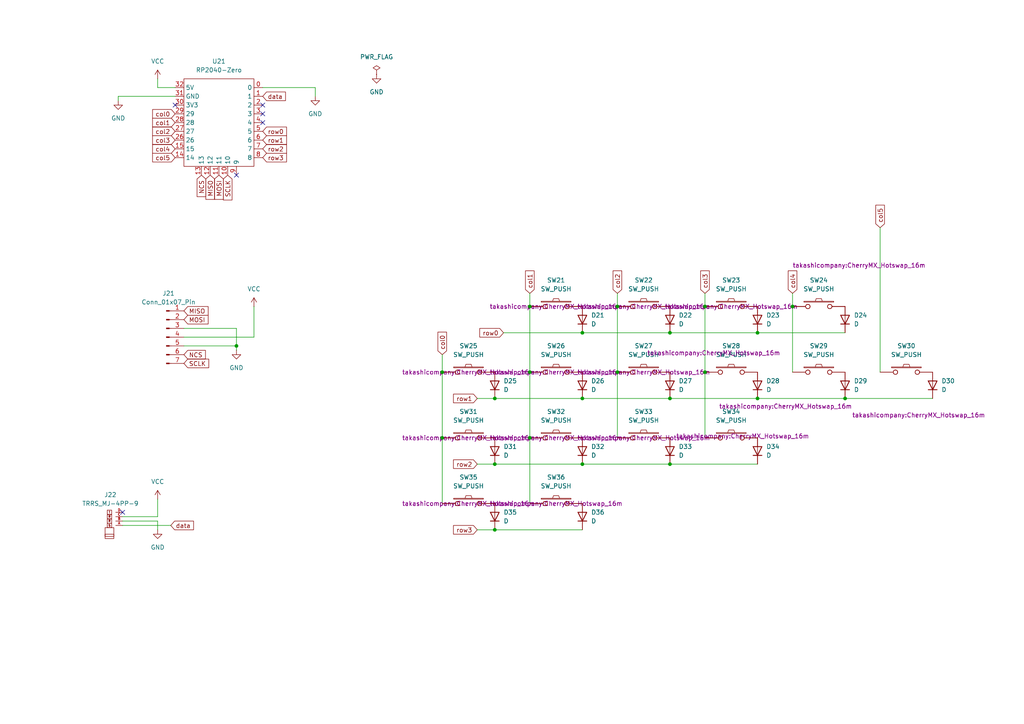
<source format=kicad_sch>
(kicad_sch (version 20250114) (generator "eeschema") (generator_version "9.0")
  (paper "A4")
  (lib_symbols
    (symbol "Connector:Conn_01x07_Pin" (pin_names (offset 1.016) (hide yes))
      (property "Reference" "J" (at 0 10.16 0))
      (property "Value" "Conn_01x07_Pin" (at 0 -10.16 0))
      (symbol "Conn_01x07_Pin_1_1"
        (rectangle (start 0.8636 7.747) (end 0 7.493) (stroke (width 0.1524)) (fill (type outline)))
        (rectangle (start 0.8636 5.207) (end 0 4.953) (stroke (width 0.1524)) (fill (type outline)))
        (rectangle (start 0.8636 2.667) (end 0 2.413) (stroke (width 0.1524)) (fill (type outline)))
        (rectangle (start 0.8636 0.127) (end 0 -0.127) (stroke (width 0.1524)) (fill (type outline)))
        (rectangle (start 0.8636 -2.413) (end 0 -2.667) (stroke (width 0.1524)) (fill (type outline)))
        (rectangle (start 0.8636 -4.953) (end 0 -5.207) (stroke (width 0.1524)) (fill (type outline)))
        (rectangle (start 0.8636 -7.493) (end 0 -7.747) (stroke (width 0.1524)) (fill (type outline)))
        (polyline (pts (xy 1.27 7.62) (xy 0.8636 7.62)) (stroke (width 0.1524)))
        (polyline (pts (xy 1.27 5.08) (xy 0.8636 5.08)) (stroke (width 0.1524)))
        (polyline (pts (xy 1.27 2.54) (xy 0.8636 2.54)) (stroke (width 0.1524)))
        (polyline (pts (xy 1.27 0) (xy 0.8636 0)) (stroke (width 0.1524)))
        (polyline (pts (xy 1.27 -2.54) (xy 0.8636 -2.54)) (stroke (width 0.1524)))
        (polyline (pts (xy 1.27 -5.08) (xy 0.8636 -5.08)) (stroke (width 0.1524)))
        (polyline (pts (xy 1.27 -7.62) (xy 0.8636 -7.62)) (stroke (width 0.1524)))
        (pin passive line (at 5.08 7.62 180) (length 3.81) (name "Pin_1") (number "1"))
        (pin passive line (at 5.08 5.08 180) (length 3.81) (name "Pin_2") (number "2"))
        (pin passive line (at 5.08 2.54 180) (length 3.81) (name "Pin_3") (number "3"))
        (pin passive line (at 5.08 0 180) (length 3.81) (name "Pin_4") (number "4"))
        (pin passive line (at 5.08 -2.54 180) (length 3.81) (name "Pin_5") (number "5"))
        (pin passive line (at 5.08 -5.08 180) (length 3.81) (name "Pin_6") (number "6"))
        (pin passive line (at 5.08 -7.62 180) (length 3.81) (name "Pin_7") (number "7"))
      )
    )
    (symbol "Device:D" (pin_numbers (hide yes)) (pin_names (offset 1.016) (hide yes))
      (property "Reference" "D" (at 0 2.54 0))
      (property "Value" "D" (at 0 -2.54 0))
      (symbol "D_0_1"
        (polyline (pts (xy -1.27 1.27) (xy -1.27 -1.27)) (stroke (width 0.254)))
        (polyline (pts (xy 1.27 1.27) (xy 1.27 -1.27) (xy -1.27 0) (xy 1.27 1.27)) (stroke (width 0.254)))
        (polyline (pts (xy 1.27 0) (xy -1.27 0)))
      )
      (symbol "D_1_1"
        (pin passive line (at -3.81 0 0) (length 2.54) (name "K") (number "1"))
        (pin passive line (at 3.81 0 180) (length 2.54) (name "A") (number "2"))
      )
    )
    (symbol "Salicylic_kbd:TRRS_MJ-4PP-9" (pin_names (offset 1.016))
      (property "Reference" "J" (at 0 5.08 0))
      (property "Value" "TRRS_MJ-4PP-9" (at 0 -6.985 0))
      (symbol "TRRS_MJ-4PP-9_0_0"
        (text "T" (at 0 2.54 0) (effects (font (size 0.6096 0.6096))))
        (text "R" (at 0 1.27 0) (effects (font (size 0.6096 0.6096))))
        (text "R" (at 0 0 0) (effects (font (size 0.6096 0.6096))))
        (text "S" (at 0 -1.27 0) (effects (font (size 0.6096 0.6096))))
      )
      (symbol "TRRS_MJ-4PP-9_0_1"
        (rectangle (start -1.27 -1.905) (end 1.27 -5.08))
        (rectangle (start -1.27 -3.81) (end 1.27 -4.445))
        (rectangle (start -0.635 3.175) (end 0.635 1.905))
        (rectangle (start -0.635 1.905) (end 0.635 0.635))
        (rectangle (start -0.635 0.635) (end 0.635 -0.635))
        (rectangle (start -0.635 -0.635) (end 0.635 -1.905))
      )
      (symbol "TRRS_MJ-4PP-9_1_1"
        (pin input line (at 3.81 2.54 180) (length 2.0066) (name "~") (number "D"))
        (pin input line (at 3.81 1.27 180) (length 2.0066) (name "~") (number "C"))
        (pin input line (at 3.81 0 180) (length 2.0066) (name "~") (number "B"))
        (pin input line (at 3.81 -1.27 180) (length 2.0066) (name "~") (number "A"))
      )
    )
    (symbol "isw-mcu:RP2040-Zero"
      (property "Reference" "U" (at 0 17.78 0))
      (property "Value" "RP2040-Zero" (at 0 15.24 0))
      (symbol "RP2040-Zero_0_1"
        (rectangle (start -10.16 12.7) (end 10.16 -12.7))
      )
      (symbol "RP2040-Zero_1_1"
        (pin power_out line (at -12.7 10.16 0) (length 2.54) (name "5V") (number "32"))
        (pin power_in line (at -12.7 7.62 0) (length 2.54) (name "GND") (number "31"))
        (pin power_out line (at -12.7 5.08 0) (length 2.54) (name "3V3") (number "30"))
        (pin bidirectional line (at -12.7 2.54 0) (length 2.54) (name "29") (number "29"))
        (pin bidirectional line (at -12.7 0 0) (length 2.54) (name "28") (number "28"))
        (pin bidirectional line (at -12.7 -2.54 0) (length 2.54) (name "27") (number "27"))
        (pin bidirectional line (at -12.7 -5.08 0) (length 2.54) (name "26") (number "26"))
        (pin bidirectional line (at -12.7 -7.62 0) (length 2.54) (name "15") (number "15"))
        (pin bidirectional line (at -12.7 -10.16 0) (length 2.54) (name "14") (number "14"))
        (pin bidirectional line (at -5.08 -15.24 90) (length 2.54) (name "13") (number "13"))
        (pin bidirectional line (at -2.54 -15.24 90) (length 2.54) (name "12") (number "12"))
        (pin bidirectional line (at 0 -15.24 90) (length 2.54) (name "11") (number "11"))
        (pin bidirectional line (at 2.54 -15.24 90) (length 2.54) (name "10") (number "10"))
        (pin bidirectional line (at 5.08 -15.24 90) (length 2.54) (name "9") (number "9"))
        (pin tri_state line (at 12.7 10.16 180) (length 2.54) (name "0") (number "0"))
        (pin bidirectional line (at 12.7 7.62 180) (length 2.54) (name "1") (number "1"))
        (pin bidirectional line (at 12.7 5.08 180) (length 2.54) (name "2") (number "2"))
        (pin bidirectional line (at 12.7 2.54 180) (length 2.54) (name "3") (number "3"))
        (pin bidirectional line (at 12.7 0 180) (length 2.54) (name "4") (number "4"))
        (pin bidirectional line (at 12.7 -2.54 180) (length 2.54) (name "5") (number "5"))
        (pin bidirectional line (at 12.7 -5.08 180) (length 2.54) (name "6") (number "6"))
        (pin bidirectional line (at 12.7 -7.62 180) (length 2.54) (name "7") (number "7"))
        (pin bidirectional line (at 12.7 -10.16 180) (length 2.54) (name "8") (number "8"))
      )
    )
    (symbol "kbd:SW_PUSH" (pin_numbers (hide yes)) (pin_names (offset 1.016) (hide yes))
      (property "Reference" "SW" (at 3.81 2.794 0))
      (property "Value" "SW_PUSH" (at 0 -2.032 0))
      (symbol "SW_PUSH_0_1"
        (rectangle (start -4.318 1.27) (end 4.318 1.524))
        (polyline (pts (xy -1.016 1.524) (xy -0.762 2.286) (xy 0.762 2.286) (xy 1.016 1.524)))
        (pin passive inverted (at -7.62 0 0) (length 5.08) (name "1") (number "1"))
        (pin passive inverted (at 7.62 0 180) (length 5.08) (name "2") (number "2"))
      )
    )
    (symbol "power:GND" (power) (pin_numbers (hide yes)) (pin_names (offset 0) (hide yes))
      (property "Value" "GND" (at 0 -3.81 0))
      (symbol "GND_0_1"
        (polyline (pts (xy 0 0) (xy 0 -1.27) (xy 1.27 -1.27) (xy 0 -2.54) (xy -1.27 -1.27) (xy 0 -1.27)))
      )
      (symbol "GND_1_1"
        (pin power_in line (at 0 0 270) (length 0) (name "~") (number "1"))
      )
    )
    (symbol "power:PWR_FLAG" (power) (pin_numbers (hide yes)) (pin_names (offset 0) (hide yes))
      (property "Value" "PWR_FLAG" (at 0 3.81 0))
      (symbol "PWR_FLAG_0_0"
        (pin power_out line (at 0 0 90) (length 0) (name "~") (number "1"))
      )
      (symbol "PWR_FLAG_0_1"
        (polyline (pts (xy 0 0) (xy 0 1.27) (xy -1.016 1.905) (xy 0 2.54) (xy 1.016 1.905) (xy 0 1.27)))
      )
    )
    (symbol "power:VCC" (power) (pin_numbers (hide yes)) (pin_names (offset 0) (hide yes))
      (property "Value" "VCC" (at 0 3.556 0))
      (symbol "VCC_0_1"
        (polyline (pts (xy -0.762 1.27) (xy 0 2.54)))
        (polyline (pts (xy 0 2.54) (xy 0.762 1.27)))
        (polyline (pts (xy 0 0) (xy 0 2.54)))
      )
      (symbol "VCC_1_1"
        (pin power_in line (at 0 0 90) (length 0) (name "~") (number "1"))
      )
    )
  )
  (junction (at 153.67 107.95))
  (junction (at 179.07 107.95))
  (junction (at 143.51 153.67))
  (junction (at 219.71 96.52))
  (junction (at 168.91 96.52))
  (junction (at 153.67 88.9))
  (junction (at 204.47 88.9))
  (junction (at 168.91 134.62))
  (junction (at 194.31 115.57))
  (junction (at 143.51 134.62))
  (junction (at 219.71 115.57))
  (junction (at 128.27 107.95))
  (junction (at 204.47 107.95))
  (junction (at 245.11 115.57))
  (junction (at 143.51 115.57))
  (junction (at 128.27 127))
  (junction (at 153.67 127))
  (junction (at 194.31 134.62))
  (junction (at 179.07 88.9))
  (junction (at 68.58 100.33))
  (junction (at 168.91 115.57))
  (junction (at 229.87 88.9))
  (junction (at 194.31 96.52))
  (no_connect (at 76.2 33.02))
  (no_connect (at 50.8 30.48))
  (no_connect (at 76.2 35.56))
  (no_connect (at 76.2 30.48))
  (no_connect (at 68.58 50.8))
  (no_connect (at 35.56 148.59))
  (wire (pts (xy 194.31 115.57) (xy 219.71 115.57)))
  (wire (pts (xy 45.72 151.13) (xy 45.72 153.67)))
  (wire (pts (xy 50.8 25.4) (xy 45.72 25.4)))
  (wire (pts (xy 91.44 25.4) (xy 91.44 27.94)))
  (wire (pts (xy 45.72 149.86) (xy 45.72 144.78)))
  (wire (pts (xy 53.34 95.25) (xy 68.58 95.25)))
  (wire (pts (xy 179.07 88.9) (xy 179.07 107.95)))
  (wire (pts (xy 128.27 107.95) (xy 128.27 127)))
  (wire (pts (xy 219.71 115.57) (xy 245.11 115.57)))
  (wire (pts (xy 146.05 96.52) (xy 168.91 96.52)))
  (wire (pts (xy 194.31 134.62) (xy 219.71 134.62)))
  (wire (pts (xy 128.27 127) (xy 128.27 146.05)))
  (wire (pts (xy 35.56 149.86) (xy 45.72 149.86)))
  (wire (pts (xy 229.87 85.09) (xy 229.87 88.9)))
  (wire (pts (xy 138.43 115.57) (xy 143.51 115.57)))
  (wire (pts (xy 53.34 100.33) (xy 68.58 100.33)))
  (wire (pts (xy 143.51 134.62) (xy 168.91 134.62)))
  (wire (pts (xy 179.07 107.95) (xy 179.07 127)))
  (wire (pts (xy 128.27 102.87) (xy 128.27 107.95)))
  (wire (pts (xy 204.47 88.9) (xy 204.47 107.95)))
  (wire (pts (xy 35.56 152.4) (xy 49.53 152.4)))
  (wire (pts (xy 35.56 151.13) (xy 45.72 151.13)))
  (wire (pts (xy 168.91 134.62) (xy 194.31 134.62)))
  (wire (pts (xy 179.07 85.09) (xy 179.07 88.9)))
  (wire (pts (xy 168.91 115.57) (xy 194.31 115.57)))
  (wire (pts (xy 143.51 153.67) (xy 168.91 153.67)))
  (wire (pts (xy 45.72 25.4) (xy 45.72 22.86)))
  (wire (pts (xy 168.91 96.52) (xy 194.31 96.52)))
  (wire (pts (xy 204.47 107.95) (xy 204.47 127)))
  (wire (pts (xy 219.71 96.52) (xy 245.11 96.52)))
  (wire (pts (xy 204.47 85.09) (xy 204.47 88.9)))
  (wire (pts (xy 68.58 95.25) (xy 68.58 100.33)))
  (wire (pts (xy 153.67 107.95) (xy 153.67 127)))
  (wire (pts (xy 138.43 134.62) (xy 143.51 134.62)))
  (wire (pts (xy 229.87 88.9) (xy 229.87 107.95)))
  (wire (pts (xy 153.67 127) (xy 153.67 146.05)))
  (wire (pts (xy 53.34 97.79) (xy 73.66 97.79)))
  (wire (pts (xy 68.58 100.33) (xy 68.58 101.6)))
  (wire (pts (xy 34.29 27.94) (xy 50.8 27.94)))
  (wire (pts (xy 76.2 25.4) (xy 91.44 25.4)))
  (wire (pts (xy 153.67 85.09) (xy 153.67 88.9)))
  (wire (pts (xy 138.43 153.67) (xy 143.51 153.67)))
  (wire (pts (xy 143.51 115.57) (xy 168.91 115.57)))
  (wire (pts (xy 73.66 97.79) (xy 73.66 88.9)))
  (wire (pts (xy 255.27 66.04) (xy 255.27 107.95)))
  (wire (pts (xy 34.29 27.94) (xy 34.29 29.21)))
  (wire (pts (xy 194.31 96.52) (xy 219.71 96.52)))
  (wire (pts (xy 245.11 115.57) (xy 270.51 115.57)))
  (wire (pts (xy 153.67 88.9) (xy 153.67 107.95)))
  (global_label "col0" (shape input) (at 128.27 102.87 90) (property "Intersheetrefs" "${INTERSHEET_REFS}" (effects (hide yes))))
  (global_label "data" (shape input) (at 49.53 152.4 0) (property "Intersheetrefs" "${INTERSHEET_REFS}" (effects (hide yes))))
  (global_label "col5" (shape input) (at 255.27 66.04 90) (property "Intersheetrefs" "${INTERSHEET_REFS}" (effects (hide yes))))
  (global_label "col3" (shape input) (at 50.8 40.64 180) (property "Intersheetrefs" "${INTERSHEET_REFS}" (effects (hide yes))))
  (global_label "col1" (shape input) (at 153.67 85.09 90) (property "Intersheetrefs" "${INTERSHEET_REFS}" (effects (hide yes))))
  (global_label "col3" (shape input) (at 204.47 85.09 90) (property "Intersheetrefs" "${INTERSHEET_REFS}" (effects (hide yes))))
  (global_label "col0" (shape input) (at 50.8 33.02 180) (property "Intersheetrefs" "${INTERSHEET_REFS}" (effects (hide yes))))
  (global_label "MOSI" (shape input) (at 53.34 92.71 0) (property "Intersheetrefs" "${INTERSHEET_REFS}" (effects (hide yes))))
  (global_label "row2" (shape input) (at 76.2 43.18 0) (property "Intersheetrefs" "${INTERSHEET_REFS}" (effects (hide yes))))
  (global_label "col5" (shape input) (at 50.8 45.72 180) (property "Intersheetrefs" "${INTERSHEET_REFS}" (effects (hide yes))))
  (global_label "row0" (shape input) (at 146.05 96.52 180) (property "Intersheetrefs" "${INTERSHEET_REFS}" (effects (hide yes))))
  (global_label "MISO" (shape input) (at 53.34 90.17 0) (property "Intersheetrefs" "${INTERSHEET_REFS}" (effects (hide yes))))
  (global_label "col4" (shape input) (at 229.87 85.09 90) (property "Intersheetrefs" "${INTERSHEET_REFS}" (effects (hide yes))))
  (global_label "NCS" (shape input) (at 58.42 50.8 270) (property "Intersheetrefs" "${INTERSHEET_REFS}" (effects (hide yes))))
  (global_label "row1" (shape input) (at 138.43 115.57 180) (property "Intersheetrefs" "${INTERSHEET_REFS}" (effects (hide yes))))
  (global_label "row0" (shape input) (at 76.2 38.1 0) (property "Intersheetrefs" "${INTERSHEET_REFS}" (effects (hide yes))))
  (global_label "NCS" (shape input) (at 53.34 102.87 0) (property "Intersheetrefs" "${INTERSHEET_REFS}" (effects (hide yes))))
  (global_label "row2" (shape input) (at 138.43 134.62 180) (property "Intersheetrefs" "${INTERSHEET_REFS}" (effects (hide yes))))
  (global_label "MISO" (shape input) (at 60.96 50.8 270) (property "Intersheetrefs" "${INTERSHEET_REFS}" (effects (hide yes))))
  (global_label "col4" (shape input) (at 50.8 43.18 180) (property "Intersheetrefs" "${INTERSHEET_REFS}" (effects (hide yes))))
  (global_label "SCLK" (shape input) (at 66.04 50.8 270) (property "Intersheetrefs" "${INTERSHEET_REFS}" (effects (hide yes))))
  (global_label "row1" (shape input) (at 76.2 40.64 0) (property "Intersheetrefs" "${INTERSHEET_REFS}" (effects (hide yes))))
  (global_label "row3" (shape input) (at 138.43 153.67 180) (property "Intersheetrefs" "${INTERSHEET_REFS}" (effects (hide yes))))
  (global_label "MOSI" (shape input) (at 63.5 50.8 270) (property "Intersheetrefs" "${INTERSHEET_REFS}" (effects (hide yes))))
  (global_label "col2" (shape input) (at 50.8 38.1 180) (property "Intersheetrefs" "${INTERSHEET_REFS}" (effects (hide yes))))
  (global_label "col2" (shape input) (at 179.07 85.09 90) (property "Intersheetrefs" "${INTERSHEET_REFS}" (effects (hide yes))))
  (global_label "data" (shape input) (at 76.2 27.94 0) (property "Intersheetrefs" "${INTERSHEET_REFS}" (effects (hide yes))))
  (global_label "row3" (shape input) (at 76.2 45.72 0) (property "Intersheetrefs" "${INTERSHEET_REFS}" (effects (hide yes))))
  (global_label "col1" (shape input) (at 50.8 35.56 180) (property "Intersheetrefs" "${INTERSHEET_REFS}" (effects (hide yes))))
  (global_label "SCLK" (shape input) (at 53.34 105.41 0) (property "Intersheetrefs" "${INTERSHEET_REFS}" (effects (hide yes))))
  (symbol (lib_id "power:PWR_FLAG") (at 109.22 21.59 0) (unit 1)
    (property "Reference" "#FLG021" (effects (hide yes)))
    (property "Value" "PWR_FLAG" (at 109.22 16.51 0))
    (property "Description" "Special symbol for telling ERC where power comes from" (effects (hide yes)))
  )
  (symbol (lib_id "Device:D") (at 245.11 111.76 90) (unit 1)
    (property "Reference" "D29" (at 247.65 110.4899 90) (effects (justify right)))
    (property "Value" "D" (at 247.65 113.0299 90) (effects (justify right)))
    (property "Footprint" "kbd_Parts:Diode_SMD" (effects (hide yes)))
    (property "Description" "Diode" (effects (hide yes)))
    (property "Sim.Device" "D" (effects (hide yes)))
    (property "Sim.Pins" "1=K 2=A" (effects (hide yes)))
  )
  (symbol (lib_id "power:GND") (at 68.58 101.6 0) (unit 1)
    (property "Reference" "#PWR026" (effects (hide yes)))
    (property "Value" "GND" (at 68.58 106.68 0))
    (property "Description" "Power symbol creates a global label with name \"GND\" , ground" (effects (hide yes)))
  )
  (symbol (lib_id "power:GND") (at 45.72 153.67 0) (unit 1)
    (property "Reference" "#PWR028" (effects (hide yes)))
    (property "Value" "GND" (at 45.72 158.75 0))
    (property "Description" "Power symbol creates a global label with name \"GND\" , ground" (effects (hide yes)))
  )
  (symbol (lib_id "power:VCC") (at 73.66 88.9 0) (unit 1)
    (property "Reference" "#PWR025" (effects (hide yes)))
    (property "Value" "VCC" (at 73.66 83.82 0))
    (property "Description" "Power symbol creates a global label with name \"VCC\"" (effects (hide yes)))
  )
  (symbol (lib_id "power:VCC") (at 45.72 144.78 0) (unit 1)
    (property "Reference" "#PWR027" (effects (hide yes)))
    (property "Value" "VCC" (at 45.72 139.7 0))
    (property "Description" "Power symbol creates a global label with name \"VCC\"" (effects (hide yes)))
  )
  (symbol (lib_id "Device:D") (at 194.31 130.81 90) (unit 1)
    (property "Reference" "D33" (at 196.85 129.5399 90) (effects (justify right)))
    (property "Value" "D" (at 196.85 132.0799 90) (effects (justify right)))
    (property "Footprint" "kbd_Parts:Diode_SMD" (effects (hide yes)))
    (property "Description" "Diode" (effects (hide yes)))
    (property "Sim.Device" "D" (effects (hide yes)))
    (property "Sim.Pins" "1=K 2=A" (effects (hide yes)))
  )
  (symbol (lib_id "kbd:SW_PUSH") (at 161.29 146.05 0) (unit 1)
    (property "Reference" "SW36" (at 161.29 138.43 0))
    (property "Value" "SW_PUSH" (at 161.29 140.97 0))
    (property "Footprint" "takashicompany:CherryMX_Hotswap_16m" (at 161.29 146.05 0))
  )
  (symbol (lib_id "Device:D") (at 143.51 130.81 90) (unit 1)
    (property "Reference" "D31" (at 146.05 129.5399 90) (effects (justify right)))
    (property "Value" "D" (at 146.05 132.0799 90) (effects (justify right)))
    (property "Footprint" "kbd_Parts:Diode_SMD" (effects (hide yes)))
    (property "Description" "Diode" (effects (hide yes)))
    (property "Sim.Device" "D" (effects (hide yes)))
    (property "Sim.Pins" "1=K 2=A" (effects (hide yes)))
  )
  (symbol (lib_id "Device:D") (at 194.31 92.71 90) (unit 1)
    (property "Reference" "D22" (at 196.85 91.4399 90) (effects (justify right)))
    (property "Value" "D" (at 196.85 93.9799 90) (effects (justify right)))
    (property "Footprint" "kbd_Parts:Diode_SMD" (effects (hide yes)))
    (property "Description" "Diode" (effects (hide yes)))
    (property "Sim.Device" "D" (effects (hide yes)))
    (property "Sim.Pins" "1=K 2=A" (effects (hide yes)))
  )
  (symbol (lib_id "Device:D") (at 168.91 92.71 90) (unit 1)
    (property "Reference" "D21" (at 171.45 91.4399 90) (effects (justify right)))
    (property "Value" "D" (at 171.45 93.9799 90) (effects (justify right)))
    (property "Footprint" "kbd_Parts:Diode_SMD" (effects (hide yes)))
    (property "Description" "Diode" (effects (hide yes)))
    (property "Sim.Device" "D" (effects (hide yes)))
    (property "Sim.Pins" "1=K 2=A" (effects (hide yes)))
  )
  (symbol (lib_id "Device:D") (at 219.71 111.76 90) (unit 1)
    (property "Reference" "D28" (at 222.25 110.4899 90) (effects (justify right)))
    (property "Value" "D" (at 222.25 113.0299 90) (effects (justify right)))
    (property "Footprint" "kbd_Parts:Diode_SMD" (effects (hide yes)))
    (property "Description" "Diode" (effects (hide yes)))
    (property "Sim.Device" "D" (effects (hide yes)))
    (property "Sim.Pins" "1=K 2=A" (effects (hide yes)))
  )
  (symbol (lib_id "kbd:SW_PUSH") (at 212.09 88.9 0) (unit 1)
    (property "Reference" "SW23" (at 212.09 81.28 0))
    (property "Value" "SW_PUSH" (at 212.09 83.82 0))
    (property "Footprint" "takashicompany:CherryMX_Hotswap_16m" (at 212.09 88.9 0))
  )
  (symbol (lib_id "Connector:Conn_01x07_Pin") (at 48.26 97.79 0) (unit 1)
    (property "Reference" "J21" (at 48.895 85.09 0))
    (property "Value" "Conn_01x07_Pin" (at 48.895 87.63 0))
    (property "Footprint" "kbd:Mac8_L_7pin_contact_NEW2023" (effects (hide yes)))
    (property "Description" "Generic connector, single row, 01x07, script generated" (effects (hide yes)))
  )
  (symbol (lib_id "kbd:SW_PUSH") (at 262.89 107.95 0) (unit 1)
    (property "Reference" "SW30" (at 262.89 100.33 0))
    (property "Value" "SW_PUSH" (at 262.89 102.87 0))
    (property "Footprint" "takashicompany:CherryMX_Hotswap_16m" (at 266.446 120.396 0))
  )
  (symbol (lib_id "isw-mcu:RP2040-Zero") (at 63.5 35.56 0) (unit 1)
    (property "Reference" "U21" (at 63.5 17.78 0))
    (property "Value" "RP2040-Zero" (at 63.5 20.32 0))
    (property "Footprint" "isw-kbd:RP2040-Zero" (effects (hide yes)))
  )
  (symbol (lib_id "power:VCC") (at 45.72 22.86 0) (unit 1)
    (property "Reference" "#PWR022" (effects (hide yes)))
    (property "Value" "VCC" (at 45.72 17.78 0))
    (property "Description" "Power symbol creates a global label with name \"VCC\"" (effects (hide yes)))
  )
  (symbol (lib_id "Device:D") (at 143.51 149.86 90) (unit 1)
    (property "Reference" "D35" (at 146.05 148.5899 90) (effects (justify right)))
    (property "Value" "D" (at 146.05 151.1299 90) (effects (justify right)))
    (property "Footprint" "kbd_Parts:Diode_SMD" (effects (hide yes)))
    (property "Description" "Diode" (effects (hide yes)))
    (property "Sim.Device" "D" (effects (hide yes)))
    (property "Sim.Pins" "1=K 2=A" (effects (hide yes)))
  )
  (symbol (lib_id "Device:D") (at 245.11 92.71 90) (unit 1)
    (property "Reference" "D24" (at 247.65 91.4399 90) (effects (justify right)))
    (property "Value" "D" (at 247.65 93.9799 90) (effects (justify right)))
    (property "Footprint" "kbd_Parts:Diode_SMD" (effects (hide yes)))
    (property "Description" "Diode" (effects (hide yes)))
    (property "Sim.Device" "D" (effects (hide yes)))
    (property "Sim.Pins" "1=K 2=A" (effects (hide yes)))
  )
  (symbol (lib_id "kbd:SW_PUSH") (at 212.09 107.95 0) (unit 1)
    (property "Reference" "SW28" (at 212.09 100.33 0))
    (property "Value" "SW_PUSH" (at 212.09 102.87 0))
    (property "Footprint" "takashicompany:CherryMX_Hotswap_16m" (at 207.01 102.362 0))
  )
  (symbol (lib_id "Salicylic_kbd:TRRS_MJ-4PP-9") (at 31.75 151.13 0) (unit 1)
    (property "Reference" "J22" (at 32.0167 143.51 0))
    (property "Value" "TRRS_MJ-4PP-9" (at 32.0167 146.05 0))
    (property "Footprint" "kbd:MJ-4PP-9" (effects (hide yes)))
  )
  (symbol (lib_id "Device:D") (at 168.91 111.76 90) (unit 1)
    (property "Reference" "D26" (at 171.45 110.4899 90) (effects (justify right)))
    (property "Value" "D" (at 171.45 113.0299 90) (effects (justify right)))
    (property "Footprint" "kbd_Parts:Diode_SMD" (effects (hide yes)))
    (property "Description" "Diode" (effects (hide yes)))
    (property "Sim.Device" "D" (effects (hide yes)))
    (property "Sim.Pins" "1=K 2=A" (effects (hide yes)))
  )
  (symbol (lib_id "kbd:SW_PUSH") (at 212.09 127 0) (unit 1)
    (property "Reference" "SW34" (at 212.09 119.38 0))
    (property "Value" "SW_PUSH" (at 212.09 121.92 0))
    (property "Footprint" "takashicompany:CherryMX_Hotswap_16m" (at 215.392 126.492 0))
  )
  (symbol (lib_id "kbd:SW_PUSH") (at 161.29 107.95 0) (unit 1)
    (property "Reference" "SW26" (at 161.29 100.33 0))
    (property "Value" "SW_PUSH" (at 161.29 102.87 0))
    (property "Footprint" "takashicompany:CherryMX_Hotswap_16m" (at 161.29 107.95 0))
  )
  (symbol (lib_id "kbd:SW_PUSH") (at 237.49 107.95 0) (unit 1)
    (property "Reference" "SW29" (at 237.49 100.33 0))
    (property "Value" "SW_PUSH" (at 237.49 102.87 0))
    (property "Footprint" "takashicompany:CherryMX_Hotswap_16m" (at 227.838 117.856 0))
  )
  (symbol (lib_id "kbd:SW_PUSH") (at 135.89 146.05 0) (unit 1)
    (property "Reference" "SW35" (at 135.89 138.43 0))
    (property "Value" "SW_PUSH" (at 135.89 140.97 0))
    (property "Footprint" "takashicompany:CherryMX_Hotswap_16m" (at 135.89 146.05 0))
  )
  (symbol (lib_id "kbd:SW_PUSH") (at 135.89 127 0) (unit 1)
    (property "Reference" "SW31" (at 135.89 119.38 0))
    (property "Value" "SW_PUSH" (at 135.89 121.92 0))
    (property "Footprint" "takashicompany:CherryMX_Hotswap_16m" (at 135.89 127 0))
  )
  (symbol (lib_id "kbd:SW_PUSH") (at 161.29 88.9 0) (unit 1)
    (property "Reference" "SW21" (at 161.29 81.28 0))
    (property "Value" "SW_PUSH" (at 161.29 83.82 0))
    (property "Footprint" "takashicompany:CherryMX_Hotswap_16m" (at 161.29 88.9 0))
  )
  (symbol (lib_id "Device:D") (at 143.51 111.76 90) (unit 1)
    (property "Reference" "D25" (at 146.05 110.4899 90) (effects (justify right)))
    (property "Value" "D" (at 146.05 113.0299 90) (effects (justify right)))
    (property "Footprint" "kbd_Parts:Diode_SMD" (effects (hide yes)))
    (property "Description" "Diode" (effects (hide yes)))
    (property "Sim.Device" "D" (effects (hide yes)))
    (property "Sim.Pins" "1=K 2=A" (effects (hide yes)))
  )
  (symbol (lib_id "Device:D") (at 219.71 130.81 90) (unit 1)
    (property "Reference" "D34" (at 222.25 129.5399 90) (effects (justify right)))
    (property "Value" "D" (at 222.25 132.0799 90) (effects (justify right)))
    (property "Footprint" "kbd_Parts:Diode_SMD" (effects (hide yes)))
    (property "Description" "Diode" (effects (hide yes)))
    (property "Sim.Device" "D" (effects (hide yes)))
    (property "Sim.Pins" "1=K 2=A" (effects (hide yes)))
  )
  (symbol (lib_id "kbd:SW_PUSH") (at 237.49 88.9 0) (unit 1)
    (property "Reference" "SW24" (at 237.49 81.28 0))
    (property "Value" "SW_PUSH" (at 237.49 83.82 0))
    (property "Footprint" "takashicompany:CherryMX_Hotswap_16m" (at 249.174 76.962 0))
  )
  (symbol (lib_id "kbd:SW_PUSH") (at 161.29 127 0) (unit 1)
    (property "Reference" "SW32" (at 161.29 119.38 0))
    (property "Value" "SW_PUSH" (at 161.29 121.92 0))
    (property "Footprint" "takashicompany:CherryMX_Hotswap_16m" (at 161.29 127 0))
  )
  (symbol (lib_id "kbd:SW_PUSH") (at 186.69 127 0) (unit 1)
    (property "Reference" "SW33" (at 186.69 119.38 0))
    (property "Value" "SW_PUSH" (at 186.69 121.92 0))
    (property "Footprint" "takashicompany:CherryMX_Hotswap_16m" (at 186.69 127 0))
  )
  (symbol (lib_id "power:GND") (at 109.22 21.59 0) (unit 1)
    (property "Reference" "#PWR021" (effects (hide yes)))
    (property "Value" "GND" (at 109.22 26.67 0))
    (property "Description" "Power symbol creates a global label with name \"GND\" , ground" (effects (hide yes)))
  )
  (symbol (lib_id "Device:D") (at 270.51 111.76 90) (unit 1)
    (property "Reference" "D30" (at 273.05 110.4899 90) (effects (justify right)))
    (property "Value" "D" (at 273.05 113.0299 90) (effects (justify right)))
    (property "Footprint" "kbd_Parts:Diode_SMD" (effects (hide yes)))
    (property "Description" "Diode" (effects (hide yes)))
    (property "Sim.Device" "D" (effects (hide yes)))
    (property "Sim.Pins" "1=K 2=A" (effects (hide yes)))
  )
  (symbol (lib_id "power:GND") (at 91.44 27.94 0) (unit 1)
    (property "Reference" "#PWR023" (effects (hide yes)))
    (property "Value" "GND" (at 91.44 33.02 0))
    (property "Description" "Power symbol creates a global label with name \"GND\" , ground" (effects (hide yes)))
  )
  (symbol (lib_id "Device:D") (at 194.31 111.76 90) (unit 1)
    (property "Reference" "D27" (at 196.85 110.4899 90) (effects (justify right)))
    (property "Value" "D" (at 196.85 113.0299 90) (effects (justify right)))
    (property "Footprint" "kbd_Parts:Diode_SMD" (effects (hide yes)))
    (property "Description" "Diode" (effects (hide yes)))
    (property "Sim.Device" "D" (effects (hide yes)))
    (property "Sim.Pins" "1=K 2=A" (effects (hide yes)))
  )
  (symbol (lib_id "Device:D") (at 219.71 92.71 90) (unit 1)
    (property "Reference" "D23" (at 222.25 91.4399 90) (effects (justify right)))
    (property "Value" "D" (at 222.25 93.9799 90) (effects (justify right)))
    (property "Footprint" "kbd_Parts:Diode_SMD" (effects (hide yes)))
    (property "Description" "Diode" (effects (hide yes)))
    (property "Sim.Device" "D" (effects (hide yes)))
    (property "Sim.Pins" "1=K 2=A" (effects (hide yes)))
  )
  (symbol (lib_id "Device:D") (at 168.91 149.86 90) (unit 1)
    (property "Reference" "D36" (at 171.45 148.5899 90) (effects (justify right)))
    (property "Value" "D" (at 171.45 151.1299 90) (effects (justify right)))
    (property "Footprint" "kbd_Parts:Diode_SMD" (effects (hide yes)))
    (property "Description" "Diode" (effects (hide yes)))
    (property "Sim.Device" "D" (effects (hide yes)))
    (property "Sim.Pins" "1=K 2=A" (effects (hide yes)))
  )
  (symbol (lib_id "Device:D") (at 168.91 130.81 90) (unit 1)
    (property "Reference" "D32" (at 171.45 129.5399 90) (effects (justify right)))
    (property "Value" "D" (at 171.45 132.0799 90) (effects (justify right)))
    (property "Footprint" "kbd_Parts:Diode_SMD" (effects (hide yes)))
    (property "Description" "Diode" (effects (hide yes)))
    (property "Sim.Device" "D" (effects (hide yes)))
    (property "Sim.Pins" "1=K 2=A" (effects (hide yes)))
  )
  (symbol (lib_id "kbd:SW_PUSH") (at 135.89 107.95 0) (unit 1)
    (property "Reference" "SW25" (at 135.89 100.33 0))
    (property "Value" "SW_PUSH" (at 135.89 102.87 0))
    (property "Footprint" "takashicompany:CherryMX_Hotswap_16m" (at 135.89 107.95 0))
  )
  (symbol (lib_id "power:GND") (at 34.29 29.21 0) (unit 1)
    (property "Reference" "#PWR024" (effects (hide yes)))
    (property "Value" "GND" (at 34.29 34.29 0))
    (property "Description" "Power symbol creates a global label with name \"GND\" , ground" (effects (hide yes)))
  )
  (symbol (lib_id "kbd:SW_PUSH") (at 186.69 107.95 0) (unit 1)
    (property "Reference" "SW27" (at 186.69 100.33 0))
    (property "Value" "SW_PUSH" (at 186.69 102.87 0))
    (property "Footprint" "takashicompany:CherryMX_Hotswap_16m" (at 186.69 107.95 0))
  )
  (symbol (lib_id "kbd:SW_PUSH") (at 186.69 88.9 0) (unit 1)
    (property "Reference" "SW22" (at 186.69 81.28 0))
    (property "Value" "SW_PUSH" (at 186.69 83.82 0))
    (property "Footprint" "takashicompany:CherryMX_Hotswap_16m" (at 186.69 88.9 0))
  )
)
</source>
